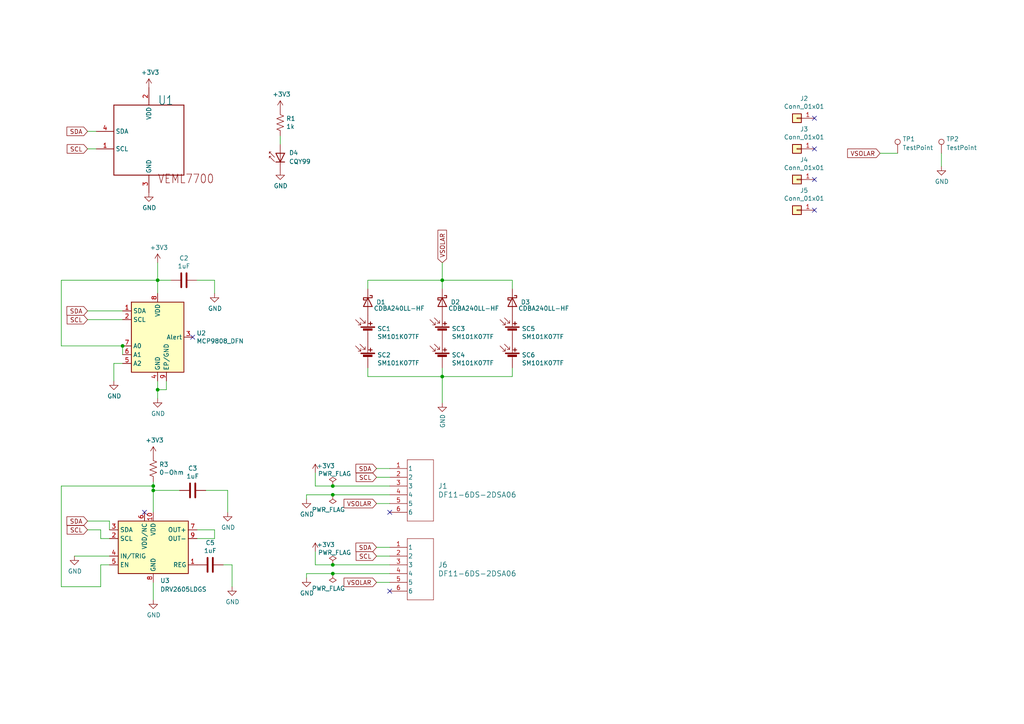
<source format=kicad_sch>
(kicad_sch (version 20250114) (generator "eeschema") (generator_version "9.0")
  (paper "A4")
  (title_block (title "XY Solar Panel Board") (date "2023-03-19") (rev "V3") (company "CPP BroncoSpace"))
  (lib_symbols
    (symbol "Adafruit VEML7700-eagle-import:VEML7700"
      (property "Reference" "IC" (at 2.54 10.16 0))
      (symbol "VEML7700_1_0"
        (polyline (pts (xy -10.16 10.16) (xy 10.16 10.16)) (stroke (width 0.254)))
        (polyline (pts (xy -10.16 -10.16) (xy -10.16 10.16)) (stroke (width 0.254)))
        (polyline (pts (xy 10.16 10.16) (xy 10.16 -10.16)) (stroke (width 0.254)))
        (polyline (pts (xy 10.16 -10.16) (xy -10.16 -10.16)) (stroke (width 0.254)))
        (text "VEML7700" (at 2.54 -12.7 0) (effects (font (size 2.54 2.159)) (justify left bottom)))
        (pin bidirectional line (at -15.24 2.54 0) (length 5.08) (name "SDA") (number "4"))
        (pin bidirectional line (at -15.24 -2.54 0) (length 5.08) (name "SCL") (number "1"))
        (pin power_in line (at 0 15.24 270) (length 5.08) (name "VDD") (number "2"))
        (pin power_in line (at 0 -15.24 90) (length 5.08) (name "GND") (number "3"))
      )
    )
    (symbol "Connector:TestPoint" (pin_numbers (hide yes)) (pin_names (offset 0.762) (hide yes))
      (property "Reference" "TP" (at 0 6.858 0))
      (property "Value" "TestPoint" (at 0 5.08 0))
      (symbol "TestPoint_0_1"
        (circle (center 0 3.302) (radius 0.762))
      )
      (symbol "TestPoint_1_1"
        (pin passive line (at 0 0 90) (length 2.54) (name "1") (number "1"))
      )
    )
    (symbol "Connector_Generic:Conn_01x01" (pin_names (offset 1.016) (hide yes))
      (property "Reference" "J" (at 0 2.54 0))
      (property "Value" "Conn_01x01" (at 0 -2.54 0))
      (symbol "Conn_01x01_1_1"
        (rectangle (start -1.27 1.27) (end 1.27 -1.27) (stroke (width 0.254)) (fill (type background)))
        (rectangle (start -1.27 0.127) (end 0 -0.127) (stroke (width 0.1524)))
        (pin passive line (at -5.08 0 0) (length 3.81) (name "Pin_1") (number "1"))
      )
    )
    (symbol "DF11-6DS-2DSA(05):DF11-6DS-2DSA06" (pin_names (offset 0.254))
      (property "Reference" "J" (at 8.89 6.35 0))
      (property "Value" "DF11-6DS-2DSA06" (at -0.762 7.366 0))
      (symbol "DF11-6DS-2DSA06_0_1"
        (polyline (pts (xy 5.08 2.54) (xy 5.08 -15.24)) (stroke (width 0.127)))
        (polyline (pts (xy 5.08 -15.24) (xy 12.7 -15.24)) (stroke (width 0.127)))
        (polyline (pts (xy 12.7 2.54) (xy 5.08 2.54)) (stroke (width 0.127)))
        (polyline (pts (xy 12.7 -15.24) (xy 12.7 2.54)) (stroke (width 0.127)))
        (pin unspecified line (at 0 0 0) (length 5.08) (name "1") (number "1"))
        (pin unspecified line (at 0 -2.54 0) (length 5.08) (name "2") (number "2"))
        (pin unspecified line (at 0 -5.08 0) (length 5.08) (name "3") (number "3"))
        (pin unspecified line (at 0 -7.62 0) (length 5.08) (name "4") (number "4"))
        (pin unspecified line (at 0 -10.16 0) (length 5.08) (name "5") (number "5"))
        (pin unspecified line (at 0 -12.7 0) (length 5.08) (name "6") (number "6"))
      )
    )
    (symbol "DF11-6DS-2DSA06_1" (pin_names (offset 0.254))
      (property "Reference" "J1" (at 13.97 -5.0799 0))
      (property "Value" "DF11-6DS-2DSA06" (at 13.97 -7.6199 0))
      (symbol "DF11-6DS-2DSA06_1_0_1"
        (polyline (pts (xy 5.08 2.54) (xy 5.08 -15.24)) (stroke (width 0.127)))
        (polyline (pts (xy 5.08 -15.24) (xy 12.7 -15.24)) (stroke (width 0.127)))
        (polyline (pts (xy 12.7 2.54) (xy 5.08 2.54)) (stroke (width 0.127)))
        (polyline (pts (xy 12.7 -15.24) (xy 12.7 2.54)) (stroke (width 0.127)))
        (pin unspecified line (at 0 0 0) (length 5.08) (name "1") (number "1"))
        (pin unspecified line (at 0 -2.54 0) (length 5.08) (name "2") (number "2"))
        (pin unspecified line (at 0 -5.08 0) (length 5.08) (name "3") (number "3"))
        (pin unspecified line (at 0 -7.62 0) (length 5.08) (name "4") (number "4"))
        (pin unspecified line (at 0 -10.16 0) (length 5.08) (name "5") (number "5"))
        (pin unspecified line (at 0 -12.7 0) (length 5.08) (name "6") (number "6"))
      )
    )
    (symbol "Device:C" (pin_numbers (hide yes)) (pin_names (offset 0.254))
      (property "Reference" "C" (at 0.635 2.54 0))
      (property "Value" "C" (at 0.635 -2.54 0))
      (symbol "C_0_1"
        (polyline (pts (xy -2.032 0.762) (xy 2.032 0.762)) (stroke (width 0.508)))
        (polyline (pts (xy -2.032 -0.762) (xy 2.032 -0.762)) (stroke (width 0.508)))
      )
      (symbol "C_1_1"
        (pin passive line (at 0 3.81 270) (length 2.794) (name "~") (number "1"))
        (pin passive line (at 0 -3.81 90) (length 2.794) (name "~") (number "2"))
      )
    )
    (symbol "Device:D_Schottky" (pin_numbers (hide yes)) (pin_names (offset 1.016) (hide yes))
      (property "Reference" "D" (at 0 2.54 0))
      (property "Value" "D_Schottky" (at 0 -2.54 0))
      (symbol "D_Schottky_0_1"
        (polyline (pts (xy -1.905 0.635) (xy -1.905 1.27) (xy -1.27 1.27) (xy -1.27 -1.27) (xy -0.635 -1.27) (xy -0.635 -0.635)) (stroke (width 0.254)))
        (polyline (pts (xy 1.27 1.27) (xy 1.27 -1.27) (xy -1.27 0) (xy 1.27 1.27)) (stroke (width 0.254)))
        (polyline (pts (xy 1.27 0) (xy -1.27 0)))
      )
      (symbol "D_Schottky_1_1"
        (pin passive line (at -3.81 0 0) (length 2.54) (name "K") (number "1"))
        (pin passive line (at 3.81 0 180) (length 2.54) (name "A") (number "2"))
      )
    )
    (symbol "Device:R_US" (pin_numbers (hide yes)) (pin_names (offset 0))
      (property "Reference" "R" (at 2.54 0 90))
      (property "Value" "R_US" (at -2.54 0 90))
      (symbol "R_US_0_1"
        (polyline (pts (xy 0 2.286) (xy 0 2.54)))
        (polyline (pts (xy 0 2.286) (xy 1.016 1.905) (xy 0 1.524) (xy -1.016 1.143) (xy 0 0.762)))
        (polyline (pts (xy 0 0.762) (xy 1.016 0.381) (xy 0 0) (xy -1.016 -0.381) (xy 0 -0.762)))
        (polyline (pts (xy 0 -0.762) (xy 1.016 -1.143) (xy 0 -1.524) (xy -1.016 -1.905) (xy 0 -2.286)))
        (polyline (pts (xy 0 -2.286) (xy 0 -2.54)))
      )
      (symbol "R_US_1_1"
        (pin passive line (at 0 3.81 270) (length 1.27) (name "~") (number "1"))
        (pin passive line (at 0 -3.81 90) (length 1.27) (name "~") (number "2"))
      )
    )
    (symbol "Device:Solar_Cell" (pin_numbers (hide yes)) (pin_names (offset 0) (hide yes))
      (property "Reference" "SC" (at 2.54 2.54 0))
      (property "Value" "Solar_Cell" (at 2.54 0 0))
      (symbol "Solar_Cell_0_1"
        (polyline (pts (xy -2.032 3.048) (xy -2.032 2.286) (xy -2.794 2.286)))
        (polyline (pts (xy -2.032 2.286) (xy -3.556 3.81)))
        (rectangle (start -2.032 1.778) (end 2.032 1.524) (fill (type outline)))
        (rectangle (start -1.3208 1.1938) (end 1.27 0.6858) (fill (type outline)))
        (polyline (pts (xy -0.762 3.556) (xy -0.762 2.794) (xy -1.524 2.794)))
        (polyline (pts (xy -0.762 2.794) (xy -2.286 4.318)))
        (polyline (pts (xy 0 1.778) (xy 0 2.54)))
        (polyline (pts (xy 0 0.762) (xy 0 0)))
        (polyline (pts (xy 0.254 2.667) (xy 1.27 2.667)) (stroke (width 0.254)))
        (polyline (pts (xy 0.762 3.175) (xy 0.762 2.159)) (stroke (width 0.254)))
      )
      (symbol "Solar_Cell_1_1"
        (pin passive line (at 0 5.08 270) (length 2.54) (name "+") (number "1"))
        (pin passive line (at 0 -2.54 90) (length 2.54) (name "-") (number "2"))
      )
    )
    (symbol "Driver_Haptic:DRV2605LDGS"
      (property "Reference" "U" (at -10.16 8.255 0))
      (property "Value" "DRV2605LDGS" (at 2.54 -8.89 0))
      (symbol "DRV2605LDGS_0_1"
        (rectangle (start -10.16 7.62) (end 10.16 -7.62) (stroke (width 0.254)) (fill (type background)))
      )
      (symbol "DRV2605LDGS_1_1"
        (pin bidirectional line (at -12.7 5.08 0) (length 2.54) (name "SDA") (number "3"))
        (pin input line (at -12.7 2.54 0) (length 2.54) (name "SCL") (number "2"))
        (pin input line (at -12.7 -2.54 0) (length 2.54) (name "IN/TRIG") (number "4"))
        (pin input line (at -12.7 -5.08 0) (length 2.54) (name "EN") (number "5"))
        (pin power_in line (at -2.54 10.16 270) (length 2.54) (name "VDD/NC") (number "6"))
        (pin power_in line (at 0 10.16 270) (length 2.54) (name "VDD") (number "10"))
        (pin power_in line (at 0 -10.16 90) (length 2.54) (name "GND") (number "8"))
        (pin output line (at 12.7 5.08 180) (length 2.54) (name "OUT+") (number "7"))
        (pin output line (at 12.7 2.54 180) (length 2.54) (name "OUT-") (number "9"))
        (pin passive line (at 12.7 -5.08 180) (length 2.54) (name "REG") (number "1"))
      )
    )
    (symbol "LED:CQY99" (pin_numbers (hide yes)) (pin_names (offset 1.016) (hide yes))
      (property "Reference" "D" (at 0.508 1.778 0))
      (property "Value" "CQY99" (at -1.016 -2.794 0))
      (symbol "CQY99_0_1"
        (polyline (pts (xy -2.54 1.27) (xy -2.54 -1.27)) (stroke (width 0.254)))
        (polyline (pts (xy -2.413 1.651) (xy -0.889 3.175) (xy -0.889 2.667) (xy -0.889 3.175) (xy -1.397 3.175)))
        (polyline (pts (xy -1.143 1.651) (xy 0.381 3.175) (xy 0.381 2.667)))
        (polyline (pts (xy 0 0) (xy -2.54 0)))
        (polyline (pts (xy 0 -1.27) (xy -2.54 0) (xy 0 1.27) (xy 0 -1.27)) (stroke (width 0.254)))
        (polyline (pts (xy 0.381 3.175) (xy -0.127 3.175)))
      )
      (symbol "CQY99_1_1"
        (pin passive line (at -5.08 0 0) (length 2.54) (name "K") (number "1"))
        (pin passive line (at 2.54 0 180) (length 2.54) (name "A") (number "2"))
      )
    )
    (symbol "Sensor_Temperature:MCP9808_DFN"
      (property "Reference" "U" (at -6.35 11.43 0))
      (property "Value" "MCP9808_DFN" (at 10.16 11.43 0))
      (symbol "MCP9808_DFN_0_1"
        (rectangle (start -7.62 10.16) (end 7.62 -10.16) (stroke (width 0.254)) (fill (type background)))
      )
      (symbol "MCP9808_DFN_1_1"
        (pin bidirectional line (at -10.16 7.62 0) (length 2.54) (name "SDA") (number "1"))
        (pin input line (at -10.16 5.08 0) (length 2.54) (name "SCL") (number "2"))
        (pin input line (at -10.16 -2.54 0) (length 2.54) (name "A0") (number "7"))
        (pin input line (at -10.16 -5.08 0) (length 2.54) (name "A1") (number "6"))
        (pin input line (at -10.16 -7.62 0) (length 2.54) (name "A2") (number "5"))
        (pin power_in line (at 0 12.7 270) (length 2.54) (name "VDD") (number "8"))
        (pin power_in line (at 0 -12.7 90) (length 2.54) (name "GND") (number "4"))
        (pin power_in line (at 2.54 -12.7 90) (length 2.54) (name "EP/GND") (number "9"))
        (pin output line (at 10.16 0 180) (length 2.54) (name "Alert") (number "3"))
      )
    )
    (symbol "power:GND" (power) (pin_names (offset 0))
      (property "Value" "GND" (at 0 -3.81 0))
      (symbol "GND_0_1"
        (polyline (pts (xy 0 0) (xy 0 -1.27) (xy 1.27 -1.27) (xy 0 -2.54) (xy -1.27 -1.27) (xy 0 -1.27)))
      )
      (symbol "GND_1_1"
        (pin power_in line (at 0 0 270) (length 0) (hide yes) (name "GND") (number "1"))
      )
    )
    (symbol "power:PWR_FLAG" (power) (pin_numbers (hide yes)) (pin_names (offset 0) (hide yes))
      (property "Value" "PWR_FLAG" (at 0 3.81 0))
      (symbol "PWR_FLAG_0_0"
        (pin power_out line (at 0 0 90) (length 0) (name "pwr") (number "1"))
      )
      (symbol "PWR_FLAG_0_1"
        (polyline (pts (xy 0 0) (xy 0 1.27) (xy -1.016 1.905) (xy 0 2.54) (xy 1.016 1.905) (xy 0 1.27)))
      )
    )
    (symbol "solar-panel-NoCutout-rescue:+3.3V-power" (power) (pin_names (offset 0))
      (property "Value" "+3.3V-power" (at 0 3.556 0))
      (symbol "+3.3V-power_0_1"
        (polyline (pts (xy -0.762 1.27) (xy 0 2.54)))
        (polyline (pts (xy 0 2.54) (xy 0.762 1.27)))
        (polyline (pts (xy 0 0) (xy 0 2.54)))
      )
      (symbol "+3.3V-power_1_1"
        (pin power_in line (at 0 0 90) (length 0) (hide yes) (name "+3V3") (number "1"))
      )
    )
    (symbol "solar-panel-side-Z-rescue:+3.3V-power" (power) (pin_names (offset 0))
      (property "Value" "+3.3V-power" (at 0 3.556 0))
      (symbol "+3.3V-power_0_1"
        (polyline (pts (xy -0.762 1.27) (xy 0 2.54)))
        (polyline (pts (xy 0 2.54) (xy 0.762 1.27)))
        (polyline (pts (xy 0 0) (xy 0 2.54)))
      )
      (symbol "+3.3V-power_1_1"
        (pin power_in line (at 0 0 90) (length 0) (hide yes) (name "+3V3") (number "1"))
      )
    )
  )
  (junction (at 96.52 163.83))
  (junction (at 45.72 81.28))
  (junction (at 96.52 140.97))
  (junction (at 35.56 100.33))
  (junction (at 44.45 142.24))
  (junction (at 44.45 140.97))
  (junction (at 96.52 143.51))
  (junction (at 128.27 109.22))
  (junction (at 96.52 166.37))
  (junction (at 128.27 81.28))
  (junction (at 45.72 113.03))
  (no_connect (at 236.22 34.29))
  (no_connect (at 113.03 171.45))
  (no_connect (at 113.03 148.59))
  (no_connect (at 236.22 43.18))
  (no_connect (at 236.22 60.96))
  (no_connect (at 55.88 97.79))
  (no_connect (at 41.91 148.59))
  (no_connect (at 236.22 52.07))
  (wire (pts (xy 29.21 156.21) (xy 31.75 156.21)))
  (wire (pts (xy 45.72 76.2) (xy 45.72 81.28)))
  (wire (pts (xy 113.03 158.75) (xy 109.22 158.75)))
  (wire (pts (xy 113.03 161.29) (xy 109.22 161.29)))
  (wire (pts (xy 45.72 81.28) (xy 49.53 81.28)))
  (wire (pts (xy 113.03 163.83) (xy 96.52 163.83)))
  (wire (pts (xy 57.15 156.21) (xy 62.23 156.21)))
  (wire (pts (xy 106.68 81.28) (xy 106.68 83.82)))
  (wire (pts (xy 25.4 153.67) (xy 29.21 153.67)))
  (wire (pts (xy 113.03 168.91) (xy 109.22 168.91)))
  (wire (pts (xy 29.21 163.83) (xy 29.21 170.18)))
  (wire (pts (xy 35.56 105.41) (xy 33.02 105.41)))
  (wire (pts (xy 31.75 151.13) (xy 31.75 153.67)))
  (wire (pts (xy 113.03 143.51) (xy 96.52 143.51)))
  (wire (pts (xy 25.4 92.71) (xy 35.56 92.71)))
  (wire (pts (xy 106.68 109.22) (xy 106.68 106.68)))
  (wire (pts (xy 96.52 140.97) (xy 91.44 140.97)))
  (wire (pts (xy 113.03 135.89) (xy 109.22 135.89)))
  (wire (pts (xy 260.35 44.45) (xy 255.27 44.45)))
  (wire (pts (xy 113.03 138.43) (xy 109.22 138.43)))
  (wire (pts (xy 35.56 100.33) (xy 17.78 100.33)))
  (wire (pts (xy 27.94 38.1) (xy 25.4 38.1)))
  (wire (pts (xy 29.21 170.18) (xy 17.78 170.18)))
  (wire (pts (xy 29.21 163.83) (xy 31.75 163.83)))
  (wire (pts (xy 91.44 140.97) (xy 91.44 137.16)))
  (wire (pts (xy 59.69 142.24) (xy 66.04 142.24)))
  (wire (pts (xy 45.72 110.49) (xy 45.72 113.03)))
  (wire (pts (xy 25.4 90.17) (xy 35.56 90.17)))
  (wire (pts (xy 66.04 142.24) (xy 66.04 148.59)))
  (wire (pts (xy 128.27 81.28) (xy 148.59 81.28)))
  (wire (pts (xy 35.56 100.33) (xy 35.56 102.87)))
  (wire (pts (xy 44.45 142.24) (xy 52.07 142.24)))
  (wire (pts (xy 17.78 170.18) (xy 17.78 140.97)))
  (wire (pts (xy 96.52 166.37) (xy 88.9 166.37)))
  (wire (pts (xy 57.15 81.28) (xy 62.23 81.28)))
  (wire (pts (xy 113.03 146.05) (xy 109.22 146.05)))
  (wire (pts (xy 64.77 163.83) (xy 67.31 163.83)))
  (wire (pts (xy 44.45 140.97) (xy 44.45 142.24)))
  (wire (pts (xy 48.26 113.03) (xy 45.72 113.03)))
  (wire (pts (xy 113.03 166.37) (xy 96.52 166.37)))
  (wire (pts (xy 81.28 41.91) (xy 81.28 39.37)))
  (wire (pts (xy 29.21 153.67) (xy 29.21 156.21)))
  (wire (pts (xy 96.52 163.83) (xy 91.44 163.83)))
  (wire (pts (xy 106.68 81.28) (xy 128.27 81.28)))
  (wire (pts (xy 48.26 110.49) (xy 48.26 113.03)))
  (wire (pts (xy 62.23 156.21) (xy 62.23 153.67)))
  (wire (pts (xy 62.23 81.28) (xy 62.23 85.09)))
  (wire (pts (xy 25.4 151.13) (xy 31.75 151.13)))
  (wire (pts (xy 45.72 113.03) (xy 45.72 115.57)))
  (wire (pts (xy 113.03 140.97) (xy 96.52 140.97)))
  (wire (pts (xy 128.27 109.22) (xy 148.59 109.22)))
  (wire (pts (xy 273.05 44.45) (xy 273.05 48.26)))
  (wire (pts (xy 91.44 163.83) (xy 91.44 160.02)))
  (wire (pts (xy 128.27 83.82) (xy 128.27 81.28)))
  (wire (pts (xy 33.02 105.41) (xy 33.02 110.49)))
  (wire (pts (xy 67.31 163.83) (xy 67.31 170.18)))
  (wire (pts (xy 17.78 81.28) (xy 45.72 81.28)))
  (wire (pts (xy 148.59 83.82) (xy 148.59 81.28)))
  (wire (pts (xy 96.52 143.51) (xy 88.9 143.51)))
  (wire (pts (xy 88.9 144.78) (xy 88.9 143.51)))
  (wire (pts (xy 21.59 161.29) (xy 31.75 161.29)))
  (wire (pts (xy 106.68 109.22) (xy 128.27 109.22)))
  (wire (pts (xy 44.45 168.91) (xy 44.45 173.99)))
  (wire (pts (xy 44.45 142.24) (xy 44.45 148.59)))
  (wire (pts (xy 25.4 43.18) (xy 27.94 43.18)))
  (wire (pts (xy 128.27 109.22) (xy 128.27 106.68)))
  (wire (pts (xy 88.9 167.64) (xy 88.9 166.37)))
  (wire (pts (xy 44.45 139.7) (xy 44.45 140.97)))
  (wire (pts (xy 45.72 81.28) (xy 45.72 85.09)))
  (wire (pts (xy 148.59 109.22) (xy 148.59 106.68)))
  (wire (pts (xy 17.78 140.97) (xy 44.45 140.97)))
  (wire (pts (xy 57.15 153.67) (xy 62.23 153.67)))
  (wire (pts (xy 128.27 81.28) (xy 128.27 76.2)))
  (wire (pts (xy 17.78 100.33) (xy 17.78 81.28)))
  (wire (pts (xy 128.27 116.84) (xy 128.27 109.22)))
  (global_label "VSOLAR" (shape input) (at 128.27 76.2 90) (property "Intersheetrefs" "${INTERSHEET_REFS}" (effects (hide yes))))
  (global_label "SCL" (shape input) (at 25.4 153.67 180) (property "Intersheetrefs" "${INTERSHEET_REFS}" (effects (hide yes))))
  (global_label "VSOLAR" (shape input) (at 255.27 44.45 180) (property "Intersheetrefs" "${INTERSHEET_REFS}" (effects (hide yes))))
  (global_label "VSOLAR" (shape input) (at 109.22 168.91 180) (property "Intersheetrefs" "${INTERSHEET_REFS}" (effects (hide yes))))
  (global_label "SDA" (shape input) (at 25.4 38.1 180) (property "Intersheetrefs" "${INTERSHEET_REFS}" (effects (hide yes))))
  (global_label "SCL" (shape input) (at 109.22 161.29 180) (property "Intersheetrefs" "${INTERSHEET_REFS}" (effects (hide yes))))
  (global_label "VSOLAR" (shape input) (at 109.22 146.05 180) (property "Intersheetrefs" "${INTERSHEET_REFS}" (effects (hide yes))))
  (global_label "SDA" (shape input) (at 25.4 151.13 180) (property "Intersheetrefs" "${INTERSHEET_REFS}" (effects (hide yes))))
  (global_label "SDA" (shape input) (at 109.22 135.89 180) (property "Intersheetrefs" "${INTERSHEET_REFS}" (effects (hide yes))))
  (global_label "SDA" (shape input) (at 109.22 158.75 180) (property "Intersheetrefs" "${INTERSHEET_REFS}" (effects (hide yes))))
  (global_label "SCL" (shape input) (at 25.4 92.71 180) (property "Intersheetrefs" "${INTERSHEET_REFS}" (effects (hide yes))))
  (global_label "SCL" (shape input) (at 109.22 138.43 180) (property "Intersheetrefs" "${INTERSHEET_REFS}" (effects (hide yes))))
  (global_label "SCL" (shape input) (at 25.4 43.18 180) (property "Intersheetrefs" "${INTERSHEET_REFS}" (effects (hide yes))))
  (global_label "SDA" (shape input) (at 25.4 90.17 180) (property "Intersheetrefs" "${INTERSHEET_REFS}" (effects (hide yes))))
  (symbol (lib_id "Connector_Generic:Conn_01x01") (at 231.14 34.29 180) (unit 1)
    (property "Reference" "J2" (at 233.2228 28.575 0))
    (property "Value" "Conn_01x01" (at 233.2228 30.8864 0))
    (property "Footprint" "SolarPanelBoards:MountingHoles" (effects (hide yes)))
  )
  (symbol (lib_id "Connector_Generic:Conn_01x01") (at 231.14 43.18 180) (unit 1)
    (property "Reference" "J3" (at 233.2228 37.465 0))
    (property "Value" "Conn_01x01" (at 233.2228 39.7764 0))
    (property "Footprint" "SolarPanelBoards:MountingHoles" (effects (hide yes)))
  )
  (symbol (lib_id "Connector_Generic:Conn_01x01") (at 231.14 52.07 180) (unit 1)
    (property "Reference" "J4" (at 233.2228 46.355 0))
    (property "Value" "Conn_01x01" (at 233.2228 48.6664 0))
    (property "Footprint" "SolarPanelBoards:MountingHoles" (effects (hide yes)))
  )
  (symbol (lib_id "Connector_Generic:Conn_01x01") (at 231.14 60.96 180) (unit 1)
    (property "Reference" "J5" (at 233.2228 55.245 0))
    (property "Value" "Conn_01x01" (at 233.2228 57.5564 0))
    (property "Footprint" "SolarPanelBoards:MountingHoles" (effects (hide yes)))
  )
  (symbol (lib_name "DF11-6DS-2DSA06_1") (lib_id "DF11-6DS-2DSA(05):DF11-6DS-2DSA06") (at 113.03 135.89 0) (unit 1)
    (property "Reference" "J1" (at 127 140.9699 0) (effects (font (size 1.524 1.524)) (justify left)))
    (property "Value" "DF11-6DS-2DSA06" (at 127 143.5099 0) (effects (font (size 1.524 1.524)) (justify left)))
    (property "Footprint" "CON6_2X3_U_DF11_HIR" (effects (hide yes)))
    (property "Datasheet" "DF11-6DS-2DSA06" (effects (hide yes)))
  )
  (symbol (lib_id "power:GND") (at 88.9 144.78 0) (unit 1)
    (property "Reference" "#PWR0109" (effects (hide yes)))
    (property "Value" "GND" (at 89.027 149.1742 0))
  )
  (symbol (lib_id "power:GND") (at 81.28 49.53 0) (unit 1)
    (property "Reference" "#PWR0107" (effects (hide yes)))
    (property "Value" "GND" (at 81.407 53.9242 0))
  )
  (symbol (lib_id "power:GND") (at 67.31 170.18 0) (unit 1)
    (property "Reference" "#PWR0117" (effects (hide yes)))
    (property "Value" "GND" (at 67.437 174.5742 0))
  )
  (symbol (lib_id "Device:Solar_Cell") (at 128.27 104.14 0) (unit 1)
    (property "Reference" "SC4" (at 131.0132 102.9716 0) (effects (justify left)))
    (property "Value" "SM101K07TF" (at 131.0132 105.283 0) (effects (justify left)))
    (property "Footprint" "SolarPanelBoards:KXOB101K08F-TR" (effects (hide yes)))
  )
  (symbol (lib_id "power:GND") (at 45.72 115.57 0) (unit 1)
    (property "Reference" "#PWR0116" (effects (hide yes)))
    (property "Value" "GND" (at 45.847 119.9642 0))
  )
  (symbol (lib_id "power:PWR_FLAG") (at 96.52 166.37 180) (unit 1)
    (property "Reference" "#FLG0108" (effects (hide yes)))
    (property "Value" "PWR_FLAG" (at 95.25 170.688 0))
  )
  (symbol (lib_id "power:PWR_FLAG") (at 96.52 140.97 0) (unit 1)
    (property "Reference" "#FLG0105" (effects (hide yes)))
    (property "Value" "PWR_FLAG" (at 97.028 137.414 0))
  )
  (symbol (lib_id "solar-panel-side-Z-rescue:+3.3V-power") (at 44.45 132.08 0) (unit 1)
    (property "Reference" "#PWR0115" (effects (hide yes)))
    (property "Value" "+3V3" (at 44.831 127.6858 0))
  )
  (symbol (lib_id "Driver_Haptic:DRV2605LDGS") (at 44.45 158.75 0) (unit 1)
    (property "Reference" "U3" (at 46.4694 168.4004 0) (effects (justify left)))
    (property "Value" "DRV2605LDGS" (at 46.4694 170.9373 0) (effects (justify left)))
    (property "Footprint" "Package_SO:VSSOP-10_3x3mm_P0.5mm" (effects (hide yes)))
    (property "Datasheet" "http://www.ti.com/lit/ds/symlink/drv2605l.pdf" (effects (hide yes)))
  )
  (symbol (lib_id "solar-panel-NoCutout-rescue:+3.3V-power") (at 91.44 137.16 0) (unit 1)
    (property "Reference" "#PWR0122" (effects (hide yes)))
    (property "Value" "+3V3" (at 94.488 135.128 0))
  )
  (symbol (lib_id "Device:Solar_Cell") (at 106.68 104.14 0) (unit 1)
    (property "Reference" "SC2" (at 109.4232 102.9716 0) (effects (justify left)))
    (property "Value" "SM101K07TF" (at 109.4232 105.283 0) (effects (justify left)))
    (property "Footprint" "SolarPanelBoards:KXOB101K08F-TR" (effects (hide yes)))
  )
  (symbol (lib_id "solar-panel-side-Z-rescue:+3.3V-power") (at 43.18 25.4 0) (unit 1)
    (property "Reference" "#PWR0101" (effects (hide yes)))
    (property "Value" "+3V3" (at 43.561 21.0058 0))
  )
  (symbol (lib_id "Device:D_Schottky") (at 148.59 87.63 270) (unit 1)
    (property "Reference" "D3" (at 152.4 87.63 90))
    (property "Value" "CDBA240LL-HF" (at 165.1 90.17 90) (effects (justify right bottom)))
    (property "Footprint" "SolarPanelBoards:DO-214AC" (effects (hide yes)))
  )
  (symbol (lib_id "solar-panel-side-Z-rescue:+3.3V-power") (at 45.72 76.2 0) (unit 1)
    (property "Reference" "#PWR0105" (effects (hide yes)))
    (property "Value" "+3V3" (at 46.101 71.8058 0))
  )
  (symbol (lib_id "Connector:TestPoint") (at 260.35 44.45 0) (unit 1)
    (property "Reference" "TP1" (at 261.747 40.3133 0) (effects (justify left)))
    (property "Value" "TestPoint" (at 261.747 42.8502 0) (effects (justify left)))
    (property "Footprint" "SolarPanelBoards:Test Pad" (effects (hide yes)))
  )
  (symbol (lib_id "solar-panel-NoCutout-rescue:+3.3V-power") (at 91.44 160.02 0) (unit 1)
    (property "Reference" "#PWR0123" (effects (hide yes)))
    (property "Value" "+3V3" (at 94.488 157.988 0))
  )
  (symbol (lib_id "power:GND") (at 88.9 167.64 0) (unit 1)
    (property "Reference" "#PWR0110" (effects (hide yes)))
    (property "Value" "GND" (at 89.027 172.0342 0))
  )
  (symbol (lib_id "power:GND") (at 66.04 148.59 0) (unit 1)
    (property "Reference" "#PWR0118" (effects (hide yes)))
    (property "Value" "GND" (at 66.167 152.9842 0))
  )
  (symbol (lib_id "Connector:TestPoint") (at 273.05 44.45 0) (unit 1)
    (property "Reference" "TP2" (at 274.447 40.3133 0) (effects (justify left)))
    (property "Value" "TestPoint" (at 274.447 42.8502 0) (effects (justify left)))
    (property "Footprint" "SolarPanelBoards:Test Pad" (effects (hide yes)))
  )
  (symbol (lib_id "Device:C") (at 55.88 142.24 90) (unit 1)
    (property "Reference" "C3" (at 55.88 135.8392 90))
    (property "Value" "1uF" (at 55.88 138.1506 90))
    (property "Footprint" "Capacitor_SMD:C_0805_2012Metric" (effects (hide yes)))
  )
  (symbol (lib_id "Device:C") (at 53.34 81.28 90) (unit 1)
    (property "Reference" "C2" (at 53.34 74.8792 90))
    (property "Value" "1uF" (at 53.34 77.1906 90))
    (property "Footprint" "Capacitor_SMD:C_0805_2012Metric" (effects (hide yes)))
  )
  (symbol (lib_id "LED:CQY99") (at 81.28 44.45 90) (unit 1)
    (property "Reference" "D4" (at 83.82 44.3229 90) (effects (justify right)))
    (property "Value" "CQY99" (at 83.82 46.8629 90) (effects (justify right)))
    (property "Footprint" "LED_SMD:LED_0603_1608Metric" (effects (hide yes)))
    (property "Datasheet" "https://www.prtice.info/IMG/pdf/CQY99.pdf" (effects (hide yes)))
  )
  (symbol (lib_id "Adafruit VEML7700-eagle-import:VEML7700") (at 43.18 40.64 0) (unit 1)
    (property "Reference" "U1" (at 45.72 30.48 0) (effects (font (size 2.54 2.159)) (justify left bottom)))
    (property "Value" "VEML7700" (effects (hide yes)))
    (property "Footprint" "VEML7700-TT:XDCR_VEML7700-TT" (effects (hide yes)))
  )
  (symbol (lib_id "power:GND") (at 128.27 116.84 0) (unit 1)
    (property "Reference" "#PWR0121" (effects (hide yes)))
    (property "Value" "GND" (at 128.397 120.0912 90) (effects (justify right)))
  )
  (symbol (lib_id "power:GND") (at 21.59 161.29 0) (unit 1)
    (property "Reference" "#PWR0114" (effects (hide yes)))
    (property "Value" "GND" (at 21.717 165.6842 0))
  )
  (symbol (lib_id "power:PWR_FLAG") (at 96.52 163.83 0) (unit 1)
    (property "Reference" "#FLG0107" (effects (hide yes)))
    (property "Value" "PWR_FLAG" (at 97.028 160.274 0))
  )
  (symbol (lib_id "DF11-6DS-2DSA(05):DF11-6DS-2DSA06") (at 113.03 158.75 0) (unit 1)
    (property "Reference" "J6" (at 127 163.8299 0) (effects (font (size 1.524 1.524)) (justify left)))
    (property "Value" "DF11-6DS-2DSA06" (at 127 166.3699 0) (effects (font (size 1.524 1.524)) (justify left)))
    (property "Footprint" "CON6_2X3_U_DF11_HIR" (effects (hide yes)))
    (property "Datasheet" "DF11-6DS-2DSA06" (effects (hide yes)))
  )
  (symbol (lib_id "Device:C") (at 60.96 163.83 90) (unit 1)
    (property "Reference" "C5" (at 60.96 157.4292 90))
    (property "Value" "1uF" (at 60.96 159.7406 90))
    (property "Footprint" "Capacitor_SMD:C_0805_2012Metric" (effects (hide yes)))
  )
  (symbol (lib_id "Device:R_US") (at 44.45 135.89 0) (unit 1)
    (property "Reference" "R3" (at 46.1772 134.7216 0) (effects (justify left)))
    (property "Value" "0-Ohm" (at 46.1772 137.033 0) (effects (justify left)))
    (property "Footprint" "Resistor_SMD:R_0603_1608Metric" (effects (hide yes)))
  )
  (symbol (lib_id "power:GND") (at 44.45 173.99 0) (unit 1)
    (property "Reference" "#PWR0119" (effects (hide yes)))
    (property "Value" "GND" (at 44.577 178.3842 0))
  )
  (symbol (lib_id "power:PWR_FLAG") (at 96.52 143.51 180) (unit 1)
    (property "Reference" "#FLG0106" (effects (hide yes)))
    (property "Value" "PWR_FLAG" (at 95.25 147.828 0))
  )
  (symbol (lib_id "Device:D_Schottky") (at 106.68 87.63 270) (unit 1)
    (property "Reference" "D1" (at 110.49 87.63 90))
    (property "Value" "CDBA240LL-HF" (at 123.19 90.17 90) (effects (justify right bottom)))
    (property "Footprint" "SolarPanelBoards:DO-214AC" (effects (hide yes)))
  )
  (symbol (lib_id "power:GND") (at 43.18 55.88 0) (unit 1)
    (property "Reference" "#PWR0103" (effects (hide yes)))
    (property "Value" "GND" (at 43.307 60.2742 0))
  )
  (symbol (lib_id "solar-panel-side-Z-rescue:+3.3V-power") (at 81.28 31.75 0) (unit 1)
    (property "Reference" "#PWR0106" (effects (hide yes)))
    (property "Value" "+3V3" (at 81.661 27.3558 0))
  )
  (symbol (lib_id "Device:R_US") (at 81.28 35.56 0) (unit 1)
    (property "Reference" "R1" (at 83.0072 34.3916 0) (effects (justify left)))
    (property "Value" "1k" (at 83.0072 36.703 0) (effects (justify left)))
    (property "Footprint" "Resistor_SMD:R_0603_1608Metric" (effects (hide yes)))
  )
  (symbol (lib_id "power:GND") (at 62.23 85.09 0) (unit 1)
    (property "Reference" "#PWR0104" (effects (hide yes)))
    (property "Value" "GND" (at 62.357 89.4842 0))
  )
  (symbol (lib_id "Sensor_Temperature:MCP9808_DFN") (at 45.72 97.79 0) (unit 1)
    (property "Reference" "U2" (at 56.9976 96.6216 0) (effects (justify left)))
    (property "Value" "MCP9808_DFN" (at 56.9976 98.933 0) (effects (justify left)))
    (property "Footprint" "Package_SO:MSOP-8-1EP_3x3mm_P0.65mm_EP1.5x1.8mm_ThermalVias" (effects (hide yes)))
    (property "Datasheet" "http://ww1.microchip.com/downloads/en/DeviceDoc/MCP9808-0.5C-Maximum-Accuracy-Digital-Temperature-Sensor-Data-Sheet-DS20005095B.pdf" (effects (hide yes)))
  )
  (symbol (lib_id "power:GND") (at 33.02 110.49 0) (unit 1)
    (property "Reference" "#PWR0112" (effects (hide yes)))
    (property "Value" "GND" (at 33.147 114.8842 0))
  )
  (symbol (lib_id "Device:Solar_Cell") (at 148.59 96.52 0) (unit 1)
    (property "Reference" "SC5" (at 151.3332 95.3516 0) (effects (justify left)))
    (property "Value" "SM101K07TF" (at 151.3332 97.663 0) (effects (justify left)))
    (property "Footprint" "SolarPanelBoards:KXOB101K08F-TR" (effects (hide yes)))
  )
  (symbol (lib_id "Device:Solar_Cell") (at 106.68 96.52 0) (unit 1)
    (property "Reference" "SC1" (at 109.4232 95.3516 0) (effects (justify left)))
    (property "Value" "SM101K07TF" (at 109.4232 97.663 0) (effects (justify left)))
    (property "Footprint" "SolarPanelBoards:KXOB101K08F-TR" (effects (hide yes)))
  )
  (symbol (lib_id "Device:Solar_Cell") (at 148.59 104.14 0) (unit 1)
    (property "Reference" "SC6" (at 151.3332 102.9716 0) (effects (justify left)))
    (property "Value" "SM101K07TF" (at 151.3332 105.283 0) (effects (justify left)))
    (property "Footprint" "SolarPanelBoards:KXOB101K08F-TR" (effects (hide yes)))
  )
  (symbol (lib_id "Device:Solar_Cell") (at 128.27 96.52 0) (unit 1)
    (property "Reference" "SC3" (at 131.0132 95.3516 0) (effects (justify left)))
    (property "Value" "SM101K07TF" (at 131.0132 97.663 0) (effects (justify left)))
    (property "Footprint" "SolarPanelBoards:KXOB101K08F-TR" (effects (hide yes)))
  )
  (symbol (lib_id "power:GND") (at 273.05 48.26 0) (unit 1)
    (property "Reference" "#PWR0120" (effects (hide yes)))
    (property "Value" "GND" (at 273.177 52.6542 0))
  )
  (symbol (lib_id "Device:D_Schottky") (at 128.27 87.63 270) (unit 1)
    (property "Reference" "D2" (at 132.08 87.63 90))
    (property "Value" "CDBA240LL-HF" (at 144.78 90.17 90) (effects (justify right bottom)))
    (property "Footprint" "SolarPanelBoards:DO-214AC" (effects (hide yes)))
  )
)
</source>
